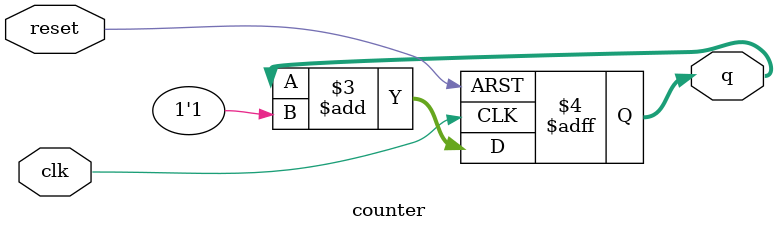
<source format=v>
module counter( 
    input clk,
    input reset,
    output reg [3:0] q
); 
// update q on the positive edge of the clock according to the following cases:
// on reset, assign q to 1
// else if q is 12, assign q to 1
// else, increment q by 1 
always @(posedge clk, negedge reset)
begin 
	if(!reset)
		q <= 0;
	else
		q <= q + 1'b1;
end 
endmodule

</source>
